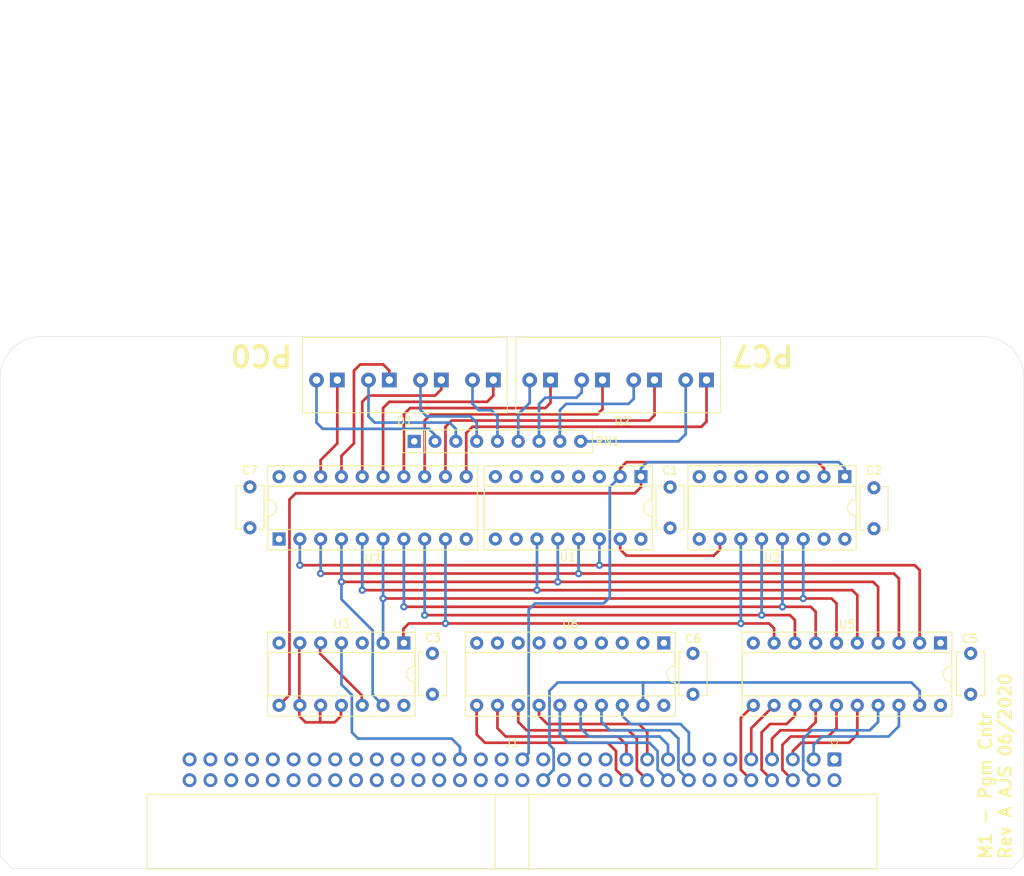
<source format=kicad_pcb>
(kicad_pcb (version 20171130) (host pcbnew 5.1.6-c6e7f7d~87~ubuntu18.04.1)
  (layers (0 F.Cu signal) (1 In1.Cu signal) (2 In2.Cu signal) (31 B.Cu signal) (36 B.SilkS user) (37 F.SilkS user) (38 B.Mask user) (39 F.Mask user) (44 Edge.Cuts user))
  (net 0 "")
  (net 1 +5V)
  (net 2 GND)
  (net 3 "Net-(D1-Pad1)")
  (net 4 "Net-(D1-Pad2)")
  (net 5 "Net-(D2-Pad1)")
  (net 6 "Net-(D2-Pad2)")
  (net 7 /A1)
  (net 8 /A3)
  (net 9 /A5)
  (net 10 /A7)
  (net 11 /A9)
  (net 12 /A11)
  (net 13 /A13)
  (net 14 /A15)
  (net 15 /nPCOE)
  (net 16 "Net-(J1-Pad33)")
  (net 17 "Net-(J1-Pad35)")
  (net 18 "Net-(J1-Pad43)")
  (net 19 "Net-(J1-Pad45)")
  (net 20 "Net-(J1-Pad47)")
  (net 21 /A2)
  (net 22 /A4)
  (net 23 /A6)
  (net 24 /A8)
  (net 25 /A10)
  (net 26 /A12)
  (net 27 /A14)
  (net 28 /PCINC)
  (net 29 "Net-(J1-Pad34)")
  (net 30 "Net-(J1-Pad36)")
  (net 31 /nSYSRST)
  (net 32 "Net-(J1-Pad44)")
  (net 33 "Net-(J1-Pad46)")
  (net 34 "Net-(J1-Pad48)")
  (net 35 "Net-(J1-Pad50)")
  (net 36 /PC3)
  (net 37 /PC2)
  (net 38 /PC1)
  (net 39 /PC0)
  (net 40 /TC0)
  (net 41 /PC4)
  (net 42 /PC5)
  (net 43 /PC6)
  (net 44 /PC7)
  (net 45 /A0)
  (net 46 "Net-(D1-Pad4)")
  (net 47 "Net-(D1-Pad3)")
  (net 48 "Net-(D1-Pad5)")
  (net 49 "Net-(D1-Pad6)")
  (net 50 "Net-(D1-Pad7)")
  (net 51 "Net-(D1-Pad8)")
  (net 52 "Net-(D2-Pad8)")
  (net 53 "Net-(D2-Pad7)")
  (net 54 "Net-(D2-Pad6)")
  (net 55 "Net-(D2-Pad5)")
  (net 56 "Net-(D2-Pad3)")
  (net 57 "Net-(D2-Pad4)")
  (net 58 "Net-(J1-Pad40)")
  (net 59 "Net-(J1-Pad49)")
  (net 60 /nMR)
  (net 61 "Net-(U2-Pad15)")
  (net 62 "Net-(U3-Pad10)")
  (net 63 "Net-(U3-Pad12)")
  (net 64 "Net-(J1-Pad55)")
  (net 65 "Net-(J1-Pad57)")
  (net 66 "Net-(J1-Pad59)")
  (net 67 "Net-(J1-Pad61)")
  (net 68 "Net-(J1-Pad56)")
  (net 69 "Net-(J1-Pad58)")
  (net 70 "Net-(J1-Pad60)")
  (net 71 "Net-(J1-Pad62)")
  (net 72 "Net-(J1-Pad29)")
  (net 73 "Net-(J1-Pad32)")
  (net 74 "Net-(J1-Pad38)")
  (module Resistor_THT:R_Array_SIP9 (layer F.Cu) (at 140.589 96.647)
    (fp_text reference RN1 (at 23.622 0) (layer F.SilkS))
    (fp_text value 470)
    (pad 1 thru_hole rect (at 0 0) (size 1.6 1.6) (drill 0.8) (layers *.Cu *.Mask) (net 2 GND))
    (pad 2 thru_hole oval (at 2.54 0) (size 1.6 1.6) (drill 0.8) (layers *.Cu *.Mask) (net 51 "Net-(D1-Pad8)"))
    (pad 3 thru_hole oval (at 5.08 0) (size 1.6 1.6) (drill 0.8) (layers *.Cu *.Mask) (net 49 "Net-(D1-Pad6)"))
    (pad 4 thru_hole oval (at 7.62 0) (size 1.6 1.6) (drill 0.8) (layers *.Cu *.Mask) (net 46 "Net-(D1-Pad4)"))
    (pad 5 thru_hole oval (at 10.16 0) (size 1.6 1.6) (drill 0.8) (layers *.Cu *.Mask) (net 4 "Net-(D1-Pad2)"))
    (pad 6 thru_hole oval (at 12.7 0) (size 1.6 1.6) (drill 0.8) (layers *.Cu *.Mask) (net 52 "Net-(D2-Pad8)"))
    (pad 7 thru_hole oval (at 15.24 0) (size 1.6 1.6) (drill 0.8) (layers *.Cu *.Mask) (net 54 "Net-(D2-Pad6)"))
    (pad 8 thru_hole oval (at 17.78 0) (size 1.6 1.6) (drill 0.8) (layers *.Cu *.Mask) (net 57 "Net-(D2-Pad4)"))
    (pad 9 thru_hole oval (at 20.32 0) (size 1.6 1.6) (drill 0.8) (layers *.Cu *.Mask) (net 6 "Net-(D2-Pad2)"))
  )
  (module MSeries:5502407004F (layer F.Cu) (at 165.481 92.71)
    (fp_text reference D2 (at 0.508 1.444 180) (layer F.SilkS))
    (fp_text value 5502407004F)
    (pad 8 thru_hole circle (at -10.795 -3.556 180) (size 1.8 1.8) (drill 0.9) (layers *.Cu *.Mask) (net 52 "Net-(D2-Pad8)"))
    (pad 7 thru_hole rect (at -8.255 -3.556 180) (size 1.8 1.8) (drill 0.9) (layers *.Cu *.Mask) (net 53 "Net-(D2-Pad7)"))
    (pad 2 thru_hole circle (at 8.255 -3.556 180) (size 1.8 1.8) (drill 0.9) (layers *.Cu *.Mask) (net 6 "Net-(D2-Pad2)"))
    (pad 1 thru_hole rect (at 10.795 -3.556 180) (size 1.8 1.8) (drill 0.9) (layers *.Cu *.Mask) (net 5 "Net-(D2-Pad1)"))
    (pad 6 thru_hole circle (at -4.445 -3.556 180) (size 1.8 1.8) (drill 0.9) (layers *.Cu *.Mask) (net 54 "Net-(D2-Pad6)"))
    (pad 5 thru_hole rect (at -1.905 -3.556 180) (size 1.8 1.8) (drill 0.9) (layers *.Cu *.Mask) (net 55 "Net-(D2-Pad5)"))
    (pad 3 thru_hole rect (at 4.445 -3.556 180) (size 1.8 1.8) (drill 0.9) (layers *.Cu *.Mask) (net 56 "Net-(D2-Pad3)"))
    (pad 4 thru_hole circle (at 1.905 -3.556 180) (size 1.8 1.8) (drill 0.9) (layers *.Cu *.Mask) (net 57 "Net-(D2-Pad4)"))
  )
  (module MSeries:5502407004F (layer F.Cu) (at 139.446 92.71)
    (fp_text reference D1 (at 0 1.444) (layer F.SilkS))
    (fp_text value 5502407004F)
    (pad 4 thru_hole circle (at 1.905 -3.556 180) (size 1.8 1.8) (drill 0.9) (layers *.Cu *.Mask) (net 46 "Net-(D1-Pad4)"))
    (pad 3 thru_hole rect (at 4.445 -3.556 180) (size 1.8 1.8) (drill 0.9) (layers *.Cu *.Mask) (net 47 "Net-(D1-Pad3)"))
    (pad 5 thru_hole rect (at -1.905 -3.556 180) (size 1.8 1.8) (drill 0.9) (layers *.Cu *.Mask) (net 48 "Net-(D1-Pad5)"))
    (pad 6 thru_hole circle (at -4.445 -3.556 180) (size 1.8 1.8) (drill 0.9) (layers *.Cu *.Mask) (net 49 "Net-(D1-Pad6)"))
    (pad 1 thru_hole rect (at 10.795 -3.556 180) (size 1.8 1.8) (drill 0.9) (layers *.Cu *.Mask) (net 3 "Net-(D1-Pad1)"))
    (pad 2 thru_hole circle (at 8.255 -3.556 180) (size 1.8 1.8) (drill 0.9) (layers *.Cu *.Mask) (net 4 "Net-(D1-Pad2)"))
    (pad 7 thru_hole rect (at -8.255 -3.556 180) (size 1.8 1.8) (drill 0.9) (layers *.Cu *.Mask) (net 50 "Net-(D1-Pad7)"))
    (pad 8 thru_hole circle (at -10.795 -3.556 180) (size 1.8 1.8) (drill 0.9) (layers *.Cu *.Mask) (net 51 "Net-(D1-Pad8)"))
  )
  (module Capacitor_THT:C_Disc_D5.1mm_W3.2mm_P5.00mm (layer F.Cu) (at 171.831 102.235 270)
    (fp_text reference C1 (at -2.032 0 180) (layer F.SilkS))
    (fp_text value 100n)
    (pad 2 thru_hole circle (at 5 0 270) (size 1.6 1.6) (drill 0.8) (layers *.Cu *.Mask) (net 1 +5V))
    (pad 1 thru_hole circle (at 0 0 270) (size 1.6 1.6) (drill 0.8) (layers *.Cu *.Mask) (net 2 GND))
  )
  (module Capacitor_THT:C_Disc_D5.1mm_W3.2mm_P5.00mm (layer F.Cu) (at 196.723 102.324 270)
    (fp_text reference C2 (at -2.121 0 180) (layer F.SilkS))
    (fp_text value 100n)
    (pad 1 thru_hole circle (at 0 0 270) (size 1.6 1.6) (drill 0.8) (layers *.Cu *.Mask) (net 2 GND))
    (pad 2 thru_hole circle (at 5 0 270) (size 1.6 1.6) (drill 0.8) (layers *.Cu *.Mask) (net 1 +5V))
  )
  (module Capacitor_THT:C_Disc_D5.1mm_W3.2mm_P5.00mm (layer F.Cu) (at 208.534 122.555 270)
    (fp_text reference C5 (at -1.778 0.127 180) (layer F.SilkS))
    (fp_text value 100n)
    (pad 1 thru_hole circle (at 0 0 270) (size 1.6 1.6) (drill 0.8) (layers *.Cu *.Mask) (net 2 GND))
    (pad 2 thru_hole circle (at 5 0 270) (size 1.6 1.6) (drill 0.8) (layers *.Cu *.Mask) (net 1 +5V))
  )
  (module Capacitor_THT:C_Disc_D5.1mm_W3.2mm_P5.00mm (layer F.Cu) (at 174.625 122.555 270)
    (fp_text reference C6 (at -1.778 0 180) (layer F.SilkS))
    (fp_text value 100n)
    (pad 2 thru_hole circle (at 5 0 270) (size 1.6 1.6) (drill 0.8) (layers *.Cu *.Mask) (net 1 +5V))
    (pad 1 thru_hole circle (at 0 0 270) (size 1.6 1.6) (drill 0.8) (layers *.Cu *.Mask) (net 2 GND))
  )
  (module Capacitor_THT:C_Disc_D5.1mm_W3.2mm_P5.00mm (layer F.Cu) (at 120.523 107.215 90)
    (fp_text reference C7 (at 7.012 0 180) (layer F.SilkS))
    (fp_text value 100n)
    (pad 2 thru_hole circle (at 5 0 90) (size 1.6 1.6) (drill 0.8) (layers *.Cu *.Mask) (net 1 +5V))
    (pad 1 thru_hole circle (at 0 0 90) (size 1.6 1.6) (drill 0.8) (layers *.Cu *.Mask) (net 2 GND))
  )
  (module Connector_IDC:IDC-Header_2x32_P2.54mm_Horizontal (layer F.Cu) (at 191.897 135.509 270)
    (fp_text reference J1 (at -2.032 39.37 180) (layer F.SilkS))
    (fp_text value "Socket Hdr 0.1\"")
    (pad 1 thru_hole roundrect (at 0 0 270) (size 1.7 1.7) (drill 1) (layers *.Cu *.Mask) (roundrect_rratio 0.147059) (net 2 GND))
    (pad 3 thru_hole circle (at 0 2.54 270) (size 1.7 1.7) (drill 1) (layers *.Cu *.Mask) (net 45 /A0))
    (pad 5 thru_hole circle (at 0 5.08 270) (size 1.7 1.7) (drill 1) (layers *.Cu *.Mask) (net 21 /A2))
    (pad 7 thru_hole circle (at 0 7.62 270) (size 1.7 1.7) (drill 1) (layers *.Cu *.Mask) (net 22 /A4))
    (pad 9 thru_hole circle (at 0 10.16 270) (size 1.7 1.7) (drill 1) (layers *.Cu *.Mask) (net 23 /A6))
    (pad 11 thru_hole circle (at 0 12.7 270) (size 1.7 1.7) (drill 1) (layers *.Cu *.Mask) (net 2 GND))
    (pad 13 thru_hole circle (at 0 15.24 270) (size 1.7 1.7) (drill 1) (layers *.Cu *.Mask) (net 2 GND))
    (pad 15 thru_hole circle (at 0 17.78 270) (size 1.7 1.7) (drill 1) (layers *.Cu *.Mask) (net 24 /A8))
    (pad 17 thru_hole circle (at 0 20.32 270) (size 1.7 1.7) (drill 1) (layers *.Cu *.Mask) (net 25 /A10))
    (pad 19 thru_hole circle (at 0 22.86 270) (size 1.7 1.7) (drill 1) (layers *.Cu *.Mask) (net 26 /A12))
    (pad 21 thru_hole circle (at 0 25.4 270) (size 1.7 1.7) (drill 1) (layers *.Cu *.Mask) (net 27 /A14))
    (pad 23 thru_hole circle (at 0 27.94 270) (size 1.7 1.7) (drill 1) (layers *.Cu *.Mask) (net 2 GND))
    (pad 25 thru_hole circle (at 0 30.48 270) (size 1.7 1.7) (drill 1) (layers *.Cu *.Mask) (net 1 +5V))
    (pad 27 thru_hole circle (at 0 33.02 270) (size 1.7 1.7) (drill 1) (layers *.Cu *.Mask) (net 2 GND))
    (pad 29 thru_hole circle (at 0 35.56 270) (size 1.7 1.7) (drill 1) (layers *.Cu *.Mask) (net 72 "Net-(J1-Pad29)"))
    (pad 31 thru_hole circle (at 0 38.1 270) (size 1.7 1.7) (drill 1) (layers *.Cu *.Mask) (net 28 /PCINC))
    (pad 33 thru_hole circle (at 0 40.64 270) (size 1.7 1.7) (drill 1) (layers *.Cu *.Mask) (net 16 "Net-(J1-Pad33)"))
    (pad 35 thru_hole circle (at 0 43.18 270) (size 1.7 1.7) (drill 1) (layers *.Cu *.Mask) (net 17 "Net-(J1-Pad35)"))
    (pad 37 thru_hole circle (at 0 45.72 270) (size 1.7 1.7) (drill 1) (layers *.Cu *.Mask) (net 31 /nSYSRST))
    (pad 39 thru_hole circle (at 0 48.26 270) (size 1.7 1.7) (drill 1) (layers *.Cu *.Mask) (net 2 GND))
    (pad 41 thru_hole circle (at 0 50.8 270) (size 1.7 1.7) (drill 1) (layers *.Cu *.Mask) (net 2 GND))
    (pad 43 thru_hole circle (at 0 53.34 270) (size 1.7 1.7) (drill 1) (layers *.Cu *.Mask) (net 18 "Net-(J1-Pad43)"))
    (pad 45 thru_hole circle (at 0 55.88 270) (size 1.7 1.7) (drill 1) (layers *.Cu *.Mask) (net 19 "Net-(J1-Pad45)"))
    (pad 47 thru_hole circle (at 0 58.42 270) (size 1.7 1.7) (drill 1) (layers *.Cu *.Mask) (net 20 "Net-(J1-Pad47)"))
    (pad 49 thru_hole circle (at 0 60.96 270) (size 1.7 1.7) (drill 1) (layers *.Cu *.Mask) (net 59 "Net-(J1-Pad49)"))
    (pad 51 thru_hole circle (at 0 63.5 270) (size 1.7 1.7) (drill 1) (layers *.Cu *.Mask) (net 2 GND))
    (pad 53 thru_hole circle (at 0 66.04 270) (size 1.7 1.7) (drill 1) (layers *.Cu *.Mask) (net 2 GND))
    (pad 55 thru_hole circle (at 0 68.58 270) (size 1.7 1.7) (drill 1) (layers *.Cu *.Mask) (net 64 "Net-(J1-Pad55)"))
    (pad 57 thru_hole circle (at 0 71.12 270) (size 1.7 1.7) (drill 1) (layers *.Cu *.Mask) (net 65 "Net-(J1-Pad57)"))
    (pad 59 thru_hole circle (at 0 73.66 270) (size 1.7 1.7) (drill 1) (layers *.Cu *.Mask) (net 66 "Net-(J1-Pad59)"))
    (pad 61 thru_hole circle (at 0 76.2 270) (size 1.7 1.7) (drill 1) (layers *.Cu *.Mask) (net 67 "Net-(J1-Pad61)"))
    (pad 63 thru_hole circle (at 0 78.74 270) (size 1.7 1.7) (drill 1) (layers *.Cu *.Mask) (net 2 GND))
    (pad 2 thru_hole circle (at 2.54 0 270) (size 1.7 1.7) (drill 1) (layers *.Cu *.Mask) (net 2 GND))
    (pad 4 thru_hole circle (at 2.54 2.54 270) (size 1.7 1.7) (drill 1) (layers *.Cu *.Mask) (net 7 /A1))
    (pad 6 thru_hole circle (at 2.54 5.08 270) (size 1.7 1.7) (drill 1) (layers *.Cu *.Mask) (net 8 /A3))
    (pad 8 thru_hole circle (at 2.54 7.62 270) (size 1.7 1.7) (drill 1) (layers *.Cu *.Mask) (net 9 /A5))
    (pad 10 thru_hole circle (at 2.54 10.16 270) (size 1.7 1.7) (drill 1) (layers *.Cu *.Mask) (net 10 /A7))
    (pad 12 thru_hole circle (at 2.54 12.7 270) (size 1.7 1.7) (drill 1) (layers *.Cu *.Mask) (net 2 GND))
    (pad 14 thru_hole circle (at 2.54 15.24 270) (size 1.7 1.7) (drill 1) (layers *.Cu *.Mask) (net 2 GND))
    (pad 16 thru_hole circle (at 2.54 17.78 270) (size 1.7 1.7) (drill 1) (layers *.Cu *.Mask) (net 11 /A9))
    (pad 18 thru_hole circle (at 2.54 20.32 270) (size 1.7 1.7) (drill 1) (layers *.Cu *.Mask) (net 12 /A11))
    (pad 20 thru_hole circle (at 2.54 22.86 270) (size 1.7 1.7) (drill 1) (layers *.Cu *.Mask) (net 13 /A13))
    (pad 22 thru_hole circle (at 2.54 25.4 270) (size 1.7 1.7) (drill 1) (layers *.Cu *.Mask) (net 14 /A15))
    (pad 24 thru_hole circle (at 2.54 27.94 270) (size 1.7 1.7) (drill 1) (layers *.Cu *.Mask) (net 2 GND))
    (pad 26 thru_hole circle (at 2.54 30.48 270) (size 1.7 1.7) (drill 1) (layers *.Cu *.Mask) (net 1 +5V))
    (pad 28 thru_hole circle (at 2.54 33.02 270) (size 1.7 1.7) (drill 1) (layers *.Cu *.Mask) (net 2 GND))
    (pad 30 thru_hole circle (at 2.54 35.56 270) (size 1.7 1.7) (drill 1) (layers *.Cu *.Mask) (net 15 /nPCOE))
    (pad 32 thru_hole circle (at 2.54 38.1 270) (size 1.7 1.7) (drill 1) (layers *.Cu *.Mask) (net 73 "Net-(J1-Pad32)"))
    (pad 34 thru_hole circle (at 2.54 40.64 270) (size 1.7 1.7) (drill 1) (layers *.Cu *.Mask) (net 29 "Net-(J1-Pad34)"))
    (pad 36 thru_hole circle (at 2.54 43.18 270) (size 1.7 1.7) (drill 1) (layers *.Cu *.Mask) (net 30 "Net-(J1-Pad36)"))
    (pad 38 thru_hole circle (at 2.54 45.72 270) (size 1.7 1.7) (drill 1) (layers *.Cu *.Mask) (net 74 "Net-(J1-Pad38)"))
    (pad 40 thru_hole circle (at 2.54 48.26 270) (size 1.7 1.7) (drill 1) (layers *.Cu *.Mask) (net 58 "Net-(J1-Pad40)"))
    (pad 42 thru_hole circle (at 2.54 50.8 270) (size 1.7 1.7) (drill 1) (layers *.Cu *.Mask) (net 2 GND))
    (pad 44 thru_hole circle (at 2.54 53.34 270) (size 1.7 1.7) (drill 1) (layers *.Cu *.Mask) (net 32 "Net-(J1-Pad44)"))
    (pad 46 thru_hole circle (at 2.54 55.88 270) (size 1.7 1.7) (drill 1) (layers *.Cu *.Mask) (net 33 "Net-(J1-Pad46)"))
    (pad 48 thru_hole circle (at 2.54 58.42 270) (size 1.7 1.7) (drill 1) (layers *.Cu *.Mask) (net 34 "Net-(J1-Pad48)"))
    (pad 50 thru_hole circle (at 2.54 60.96 270) (size 1.7 1.7) (drill 1) (layers *.Cu *.Mask) (net 35 "Net-(J1-Pad50)"))
    (pad 52 thru_hole circle (at 2.54 63.5 270) (size 1.7 1.7) (drill 1) (layers *.Cu *.Mask) (net 2 GND))
    (pad 54 thru_hole circle (at 2.54 66.04 270) (size 1.7 1.7) (drill 1) (layers *.Cu *.Mask) (net 2 GND))
    (pad 56 thru_hole circle (at 2.54 68.58 270) (size 1.7 1.7) (drill 1) (layers *.Cu *.Mask) (net 68 "Net-(J1-Pad56)"))
    (pad 58 thru_hole circle (at 2.54 71.12 270) (size 1.7 1.7) (drill 1) (layers *.Cu *.Mask) (net 69 "Net-(J1-Pad58)"))
    (pad 60 thru_hole circle (at 2.54 73.66 270) (size 1.7 1.7) (drill 1) (layers *.Cu *.Mask) (net 70 "Net-(J1-Pad60)"))
    (pad 62 thru_hole circle (at 2.54 76.2 270) (size 1.7 1.7) (drill 1) (layers *.Cu *.Mask) (net 71 "Net-(J1-Pad62)"))
    (pad 64 thru_hole circle (at 2.54 78.74 270) (size 1.7 1.7) (drill 1) (layers *.Cu *.Mask) (net 2 GND))
  )
  (module Package_DIP:DIP-16_W7.62mm_Socket (layer F.Cu) (at 168.275 100.965 270)
    (fp_text reference U1 (at 9.787 8.945 180) (layer F.SilkS))
    (fp_text value 74HC161)
    (pad 1 thru_hole rect (at 0 0 270) (size 1.6 1.6) (drill 0.8) (layers *.Cu *.Mask) (net 60 /nMR))
    (pad 9 thru_hole oval (at 7.62 17.78 270) (size 1.6 1.6) (drill 0.8) (layers *.Cu *.Mask) (net 1 +5V))
    (pad 2 thru_hole oval (at 0 2.54 270) (size 1.6 1.6) (drill 0.8) (layers *.Cu *.Mask) (net 28 /PCINC))
    (pad 10 thru_hole oval (at 7.62 15.24 270) (size 1.6 1.6) (drill 0.8) (layers *.Cu *.Mask) (net 1 +5V))
    (pad 3 thru_hole oval (at 0 5.08 270) (size 1.6 1.6) (drill 0.8) (layers *.Cu *.Mask) (net 1 +5V))
    (pad 11 thru_hole oval (at 7.62 12.7 270) (size 1.6 1.6) (drill 0.8) (layers *.Cu *.Mask) (net 36 /PC3))
    (pad 4 thru_hole oval (at 0 7.62 270) (size 1.6 1.6) (drill 0.8) (layers *.Cu *.Mask) (net 1 +5V))
    (pad 12 thru_hole oval (at 7.62 10.16 270) (size 1.6 1.6) (drill 0.8) (layers *.Cu *.Mask) (net 37 /PC2))
    (pad 5 thru_hole oval (at 0 10.16 270) (size 1.6 1.6) (drill 0.8) (layers *.Cu *.Mask) (net 1 +5V))
    (pad 13 thru_hole oval (at 7.62 7.62 270) (size 1.6 1.6) (drill 0.8) (layers *.Cu *.Mask) (net 38 /PC1))
    (pad 6 thru_hole oval (at 0 12.7 270) (size 1.6 1.6) (drill 0.8) (layers *.Cu *.Mask) (net 1 +5V))
    (pad 14 thru_hole oval (at 7.62 5.08 270) (size 1.6 1.6) (drill 0.8) (layers *.Cu *.Mask) (net 39 /PC0))
    (pad 7 thru_hole oval (at 0 15.24 270) (size 1.6 1.6) (drill 0.8) (layers *.Cu *.Mask) (net 1 +5V))
    (pad 15 thru_hole oval (at 7.62 2.54 270) (size 1.6 1.6) (drill 0.8) (layers *.Cu *.Mask) (net 40 /TC0))
    (pad 8 thru_hole oval (at 0 17.78 270) (size 1.6 1.6) (drill 0.8) (layers *.Cu *.Mask) (net 2 GND))
    (pad 16 thru_hole oval (at 7.62 0 270) (size 1.6 1.6) (drill 0.8) (layers *.Cu *.Mask) (net 1 +5V))
  )
  (module Package_DIP:DIP-16_W7.62mm_Socket (layer F.Cu) (at 193.167 100.965 270)
    (fp_text reference U2 (at 9.906 8.89 180) (layer F.SilkS))
    (fp_text value 74HC161)
    (pad 16 thru_hole oval (at 7.62 0 270) (size 1.6 1.6) (drill 0.8) (layers *.Cu *.Mask) (net 1 +5V))
    (pad 8 thru_hole oval (at 0 17.78 270) (size 1.6 1.6) (drill 0.8) (layers *.Cu *.Mask) (net 2 GND))
    (pad 15 thru_hole oval (at 7.62 2.54 270) (size 1.6 1.6) (drill 0.8) (layers *.Cu *.Mask) (net 61 "Net-(U2-Pad15)"))
    (pad 7 thru_hole oval (at 0 15.24 270) (size 1.6 1.6) (drill 0.8) (layers *.Cu *.Mask) (net 1 +5V))
    (pad 14 thru_hole oval (at 7.62 5.08 270) (size 1.6 1.6) (drill 0.8) (layers *.Cu *.Mask) (net 41 /PC4))
    (pad 6 thru_hole oval (at 0 12.7 270) (size 1.6 1.6) (drill 0.8) (layers *.Cu *.Mask) (net 1 +5V))
    (pad 13 thru_hole oval (at 7.62 7.62 270) (size 1.6 1.6) (drill 0.8) (layers *.Cu *.Mask) (net 42 /PC5))
    (pad 5 thru_hole oval (at 0 10.16 270) (size 1.6 1.6) (drill 0.8) (layers *.Cu *.Mask) (net 1 +5V))
    (pad 12 thru_hole oval (at 7.62 10.16 270) (size 1.6 1.6) (drill 0.8) (layers *.Cu *.Mask) (net 43 /PC6))
    (pad 4 thru_hole oval (at 0 7.62 270) (size 1.6 1.6) (drill 0.8) (layers *.Cu *.Mask) (net 1 +5V))
    (pad 11 thru_hole oval (at 7.62 12.7 270) (size 1.6 1.6) (drill 0.8) (layers *.Cu *.Mask) (net 44 /PC7))
    (pad 3 thru_hole oval (at 0 5.08 270) (size 1.6 1.6) (drill 0.8) (layers *.Cu *.Mask) (net 1 +5V))
    (pad 10 thru_hole oval (at 7.62 15.24 270) (size 1.6 1.6) (drill 0.8) (layers *.Cu *.Mask) (net 40 /TC0))
    (pad 2 thru_hole oval (at 0 2.54 270) (size 1.6 1.6) (drill 0.8) (layers *.Cu *.Mask) (net 28 /PCINC))
    (pad 9 thru_hole oval (at 7.62 17.78 270) (size 1.6 1.6) (drill 0.8) (layers *.Cu *.Mask) (net 1 +5V))
    (pad 1 thru_hole rect (at 0 0 270) (size 1.6 1.6) (drill 0.8) (layers *.Cu *.Mask) (net 60 /nMR))
  )
  (module Package_DIP:DIP-20_W7.62mm_Socket (layer F.Cu) (at 204.851 121.285 270)
    (fp_text reference U5 (at -2.286 11.43 180) (layer F.SilkS))
    (fp_text value 74HC245)
    (pad 20 thru_hole oval (at 7.62 0 270) (size 1.6 1.6) (drill 0.8) (layers *.Cu *.Mask) (net 1 +5V))
    (pad 10 thru_hole oval (at 0 22.86 270) (size 1.6 1.6) (drill 0.8) (layers *.Cu *.Mask) (net 2 GND))
    (pad 19 thru_hole oval (at 7.62 2.54 270) (size 1.6 1.6) (drill 0.8) (layers *.Cu *.Mask) (net 15 /nPCOE))
    (pad 9 thru_hole oval (at 0 20.32 270) (size 1.6 1.6) (drill 0.8) (layers *.Cu *.Mask) (net 44 /PC7))
    (pad 18 thru_hole oval (at 7.62 5.08 270) (size 1.6 1.6) (drill 0.8) (layers *.Cu *.Mask) (net 45 /A0))
    (pad 8 thru_hole oval (at 0 17.78 270) (size 1.6 1.6) (drill 0.8) (layers *.Cu *.Mask) (net 43 /PC6))
    (pad 17 thru_hole oval (at 7.62 7.62 270) (size 1.6 1.6) (drill 0.8) (layers *.Cu *.Mask) (net 7 /A1))
    (pad 7 thru_hole oval (at 0 15.24 270) (size 1.6 1.6) (drill 0.8) (layers *.Cu *.Mask) (net 42 /PC5))
    (pad 16 thru_hole oval (at 7.62 10.16 270) (size 1.6 1.6) (drill 0.8) (layers *.Cu *.Mask) (net 21 /A2))
    (pad 6 thru_hole oval (at 0 12.7 270) (size 1.6 1.6) (drill 0.8) (layers *.Cu *.Mask) (net 41 /PC4))
    (pad 15 thru_hole oval (at 7.62 12.7 270) (size 1.6 1.6) (drill 0.8) (layers *.Cu *.Mask) (net 8 /A3))
    (pad 5 thru_hole oval (at 0 10.16 270) (size 1.6 1.6) (drill 0.8) (layers *.Cu *.Mask) (net 36 /PC3))
    (pad 14 thru_hole oval (at 7.62 15.24 270) (size 1.6 1.6) (drill 0.8) (layers *.Cu *.Mask) (net 22 /A4))
    (pad 4 thru_hole oval (at 0 7.62 270) (size 1.6 1.6) (drill 0.8) (layers *.Cu *.Mask) (net 37 /PC2))
    (pad 13 thru_hole oval (at 7.62 17.78 270) (size 1.6 1.6) (drill 0.8) (layers *.Cu *.Mask) (net 9 /A5))
    (pad 3 thru_hole oval (at 0 5.08 270) (size 1.6 1.6) (drill 0.8) (layers *.Cu *.Mask) (net 38 /PC1))
    (pad 12 thru_hole oval (at 7.62 20.32 270) (size 1.6 1.6) (drill 0.8) (layers *.Cu *.Mask) (net 23 /A6))
    (pad 2 thru_hole oval (at 0 2.54 270) (size 1.6 1.6) (drill 0.8) (layers *.Cu *.Mask) (net 39 /PC0))
    (pad 11 thru_hole oval (at 7.62 22.86 270) (size 1.6 1.6) (drill 0.8) (layers *.Cu *.Mask) (net 10 /A7))
    (pad 1 thru_hole rect (at 0 0 270) (size 1.6 1.6) (drill 0.8) (layers *.Cu *.Mask) (net 1 +5V))
  )
  (module Package_DIP:DIP-20_W7.62mm_Socket (layer F.Cu) (at 171.069 121.285 270)
    (fp_text reference U6 (at -2.286 11.43 180) (layer F.SilkS))
    (fp_text value 74HC245)
    (pad 1 thru_hole rect (at 0 0 270) (size 1.6 1.6) (drill 0.8) (layers *.Cu *.Mask) (net 1 +5V))
    (pad 11 thru_hole oval (at 7.62 22.86 270) (size 1.6 1.6) (drill 0.8) (layers *.Cu *.Mask) (net 14 /A15))
    (pad 2 thru_hole oval (at 0 2.54 270) (size 1.6 1.6) (drill 0.8) (layers *.Cu *.Mask) (net 2 GND))
    (pad 12 thru_hole oval (at 7.62 20.32 270) (size 1.6 1.6) (drill 0.8) (layers *.Cu *.Mask) (net 27 /A14))
    (pad 3 thru_hole oval (at 0 5.08 270) (size 1.6 1.6) (drill 0.8) (layers *.Cu *.Mask) (net 2 GND))
    (pad 13 thru_hole oval (at 7.62 17.78 270) (size 1.6 1.6) (drill 0.8) (layers *.Cu *.Mask) (net 13 /A13))
    (pad 4 thru_hole oval (at 0 7.62 270) (size 1.6 1.6) (drill 0.8) (layers *.Cu *.Mask) (net 2 GND))
    (pad 14 thru_hole oval (at 7.62 15.24 270) (size 1.6 1.6) (drill 0.8) (layers *.Cu *.Mask) (net 26 /A12))
    (pad 5 thru_hole oval (at 0 10.16 270) (size 1.6 1.6) (drill 0.8) (layers *.Cu *.Mask) (net 2 GND))
    (pad 15 thru_hole oval (at 7.62 12.7 270) (size 1.6 1.6) (drill 0.8) (layers *.Cu *.Mask) (net 12 /A11))
    (pad 6 thru_hole oval (at 0 12.7 270) (size 1.6 1.6) (drill 0.8) (layers *.Cu *.Mask) (net 2 GND))
    (pad 16 thru_hole oval (at 7.62 10.16 270) (size 1.6 1.6) (drill 0.8) (layers *.Cu *.Mask) (net 25 /A10))
    (pad 7 thru_hole oval (at 0 15.24 270) (size 1.6 1.6) (drill 0.8) (layers *.Cu *.Mask) (net 2 GND))
    (pad 17 thru_hole oval (at 7.62 7.62 270) (size 1.6 1.6) (drill 0.8) (layers *.Cu *.Mask) (net 11 /A9))
    (pad 8 thru_hole oval (at 0 17.78 270) (size 1.6 1.6) (drill 0.8) (layers *.Cu *.Mask) (net 2 GND))
    (pad 18 thru_hole oval (at 7.62 5.08 270) (size 1.6 1.6) (drill 0.8) (layers *.Cu *.Mask) (net 24 /A8))
    (pad 9 thru_hole oval (at 0 20.32 270) (size 1.6 1.6) (drill 0.8) (layers *.Cu *.Mask) (net 2 GND))
    (pad 19 thru_hole oval (at 7.62 2.54 270) (size 1.6 1.6) (drill 0.8) (layers *.Cu *.Mask) (net 15 /nPCOE))
    (pad 10 thru_hole oval (at 0 22.86 270) (size 1.6 1.6) (drill 0.8) (layers *.Cu *.Mask) (net 2 GND))
    (pad 20 thru_hole oval (at 7.62 0 270) (size 1.6 1.6) (drill 0.8) (layers *.Cu *.Mask) (net 1 +5V))
  )
  (module Package_DIP:DIP-20_W7.62mm_Socket (layer F.Cu) (at 124.079 108.585 90)
    (fp_text reference U7 (at -2.386 11.43 180) (layer F.SilkS))
    (fp_text value 74HC245)
    (pad 1 thru_hole rect (at 0 0 90) (size 1.6 1.6) (drill 0.8) (layers *.Cu *.Mask) (net 1 +5V))
    (pad 11 thru_hole oval (at 7.62 22.86 90) (size 1.6 1.6) (drill 0.8) (layers *.Cu *.Mask) (net 5 "Net-(D2-Pad1)"))
    (pad 2 thru_hole oval (at 0 2.54 90) (size 1.6 1.6) (drill 0.8) (layers *.Cu *.Mask) (net 39 /PC0))
    (pad 12 thru_hole oval (at 7.62 20.32 90) (size 1.6 1.6) (drill 0.8) (layers *.Cu *.Mask) (net 56 "Net-(D2-Pad3)"))
    (pad 3 thru_hole oval (at 0 5.08 90) (size 1.6 1.6) (drill 0.8) (layers *.Cu *.Mask) (net 38 /PC1))
    (pad 13 thru_hole oval (at 7.62 17.78 90) (size 1.6 1.6) (drill 0.8) (layers *.Cu *.Mask) (net 55 "Net-(D2-Pad5)"))
    (pad 4 thru_hole oval (at 0 7.62 90) (size 1.6 1.6) (drill 0.8) (layers *.Cu *.Mask) (net 37 /PC2))
    (pad 14 thru_hole oval (at 7.62 15.24 90) (size 1.6 1.6) (drill 0.8) (layers *.Cu *.Mask) (net 53 "Net-(D2-Pad7)"))
    (pad 5 thru_hole oval (at 0 10.16 90) (size 1.6 1.6) (drill 0.8) (layers *.Cu *.Mask) (net 36 /PC3))
    (pad 15 thru_hole oval (at 7.62 12.7 90) (size 1.6 1.6) (drill 0.8) (layers *.Cu *.Mask) (net 3 "Net-(D1-Pad1)"))
    (pad 6 thru_hole oval (at 0 12.7 90) (size 1.6 1.6) (drill 0.8) (layers *.Cu *.Mask) (net 41 /PC4))
    (pad 16 thru_hole oval (at 7.62 10.16 90) (size 1.6 1.6) (drill 0.8) (layers *.Cu *.Mask) (net 47 "Net-(D1-Pad3)"))
    (pad 7 thru_hole oval (at 0 15.24 90) (size 1.6 1.6) (drill 0.8) (layers *.Cu *.Mask) (net 42 /PC5))
    (pad 17 thru_hole oval (at 7.62 7.62 90) (size 1.6 1.6) (drill 0.8) (layers *.Cu *.Mask) (net 48 "Net-(D1-Pad5)"))
    (pad 8 thru_hole oval (at 0 17.78 90) (size 1.6 1.6) (drill 0.8) (layers *.Cu *.Mask) (net 43 /PC6))
    (pad 18 thru_hole oval (at 7.62 5.08 90) (size 1.6 1.6) (drill 0.8) (layers *.Cu *.Mask) (net 50 "Net-(D1-Pad7)"))
    (pad 9 thru_hole oval (at 0 20.32 90) (size 1.6 1.6) (drill 0.8) (layers *.Cu *.Mask) (net 44 /PC7))
    (pad 19 thru_hole oval (at 7.62 2.54 90) (size 1.6 1.6) (drill 0.8) (layers *.Cu *.Mask) (net 2 GND))
    (pad 10 thru_hole oval (at 0 22.86 90) (size 1.6 1.6) (drill 0.8) (layers *.Cu *.Mask) (net 2 GND))
    (pad 20 thru_hole oval (at 7.62 0 90) (size 1.6 1.6) (drill 0.8) (layers *.Cu *.Mask) (net 1 +5V))
  )
  (module Capacitor_THT:C_Disc_D5.1mm_W3.2mm_P5.00mm (layer F.Cu) (at 142.812 122.555 270)
    (fp_text reference C3 (at -1.901 -0.063 180) (layer F.SilkS))
    (fp_text value 100n)
    (pad 1 thru_hole circle (at 0 0 270) (size 1.6 1.6) (drill 0.8) (layers *.Cu *.Mask) (net 2 GND))
    (pad 2 thru_hole circle (at 5 0 270) (size 1.6 1.6) (drill 0.8) (layers *.Cu *.Mask) (net 1 +5V))
  )
  (module Package_DIP:DIP-14_W7.62mm_Socket (layer F.Cu) (at 139.319 121.285 270)
    (fp_text reference U3 (at -2.329 7.62 180) (layer F.SilkS))
    (fp_text value 74HC10)
    (pad 1 thru_hole rect (at 0 0 270) (size 1.6 1.6) (drill 0.8) (layers *.Cu *.Mask) (net 44 /PC7))
    (pad 8 thru_hole oval (at 7.62 15.24 270) (size 1.6 1.6) (drill 0.8) (layers *.Cu *.Mask) (net 60 /nMR))
    (pad 2 thru_hole oval (at 0 2.54 270) (size 1.6 1.6) (drill 0.8) (layers *.Cu *.Mask) (net 41 /PC4))
    (pad 9 thru_hole oval (at 7.62 12.7 270) (size 1.6 1.6) (drill 0.8) (layers *.Cu *.Mask) (net 62 "Net-(U3-Pad10)"))
    (pad 3 thru_hole oval (at 0 5.08 270) (size 1.6 1.6) (drill 0.8) (layers *.Cu *.Mask) (net 1 +5V))
    (pad 10 thru_hole oval (at 7.62 10.16 270) (size 1.6 1.6) (drill 0.8) (layers *.Cu *.Mask) (net 62 "Net-(U3-Pad10)"))
    (pad 4 thru_hole oval (at 0 7.62 270) (size 1.6 1.6) (drill 0.8) (layers *.Cu *.Mask) (net 31 /nSYSRST))
    (pad 11 thru_hole oval (at 7.62 7.62 270) (size 1.6 1.6) (drill 0.8) (layers *.Cu *.Mask) (net 62 "Net-(U3-Pad10)"))
    (pad 5 thru_hole oval (at 0 10.16 270) (size 1.6 1.6) (drill 0.8) (layers *.Cu *.Mask) (net 63 "Net-(U3-Pad12)"))
    (pad 12 thru_hole oval (at 7.62 5.08 270) (size 1.6 1.6) (drill 0.8) (layers *.Cu *.Mask) (net 63 "Net-(U3-Pad12)"))
    (pad 6 thru_hole oval (at 0 12.7 270) (size 1.6 1.6) (drill 0.8) (layers *.Cu *.Mask) (net 62 "Net-(U3-Pad10)"))
    (pad 13 thru_hole oval (at 7.62 2.54 270) (size 1.6 1.6) (drill 0.8) (layers *.Cu *.Mask) (net 37 /PC2))
    (pad 7 thru_hole oval (at 0 15.24 270) (size 1.6 1.6) (drill 0.8) (layers *.Cu *.Mask) (net 2 GND))
    (pad 14 thru_hole oval (at 7.62 0 270) (size 1.6 1.6) (drill 0.8) (layers *.Cu *.Mask) (net 1 +5V))
  )
  (gr_line (start 215.027 88.844) (end 215.027 147.344) (layer Edge.Cuts) (width 0.05))
  (gr_line (start 90.027 88.844) (end 90.027 147.344) (layer Edge.Cuts) (width 0.05))
  (gr_text "M1 - Pgm Cntr\nRev A AJS 06/2020" (at 211.527 147.844 90) (layer F.SilkS) (effects (font (size 1.5 1.5) (thickness 0.3)) (justify left)))
  (gr_text PC0 (at 121.92 86.133 180) (layer F.SilkS) (effects (font (size 2.5 2.5) (thickness 0.5))))
  (gr_text PC7 (at 183.134 86.133 180) (layer F.SilkS) (effects (font (size 2.5 2.5) (thickness 0.5))))
  (gr_line (start 91.527 148.844) (end 213.527 148.844) (layer Edge.Cuts) (width 0.05))
  (gr_line (start 215.027 147.344) (end 213.527 148.844) (layer Edge.Cuts) (width 0.05))
  (gr_line (start 90.027 147.344) (end 91.527 148.844) (layer Edge.Cuts) (width 0.05))
  (gr_arc (start 95.027 88.844) (end 95.027 83.844) (angle -90) (layer Edge.Cuts) (width 0.05))
  (gr_arc (start 210.027 88.844) (end 215.027 88.844) (angle -90) (layer Edge.Cuts) (width 0.05))
  (gr_line (start 210.027 83.844) (end 95.027 83.844) (layer Edge.Cuts) (width 0.05))
  (segment (start 150.241 89.689) (end 150.241 91.059) (width 0.3302) (layer F.Cu) (net 3))
  (segment (start 150.241 91.059) (end 149.479 91.821) (width 0.3302) (layer F.Cu) (net 3))
  (segment (start 149.479 91.821) (end 137.541 91.821) (width 0.3302) (layer F.Cu) (net 3))
  (segment (start 137.541 91.821) (end 136.779 92.583) (width 0.3302) (layer F.Cu) (net 3))
  (segment (start 136.779 92.583) (end 136.779 100.965) (width 0.3302) (layer F.Cu) (net 3))
  (segment (start 147.701 89.689) (end 147.701 92.075) (width 0.3302) (layer B.Cu) (net 4))
  (segment (start 147.701 92.075) (end 148.463 92.837) (width 0.3302) (layer B.Cu) (net 4))
  (segment (start 149.987 92.837) (end 150.749 93.599) (width 0.3302) (layer B.Cu) (net 4))
  (segment (start 148.463 92.837) (end 149.987 92.837) (width 0.3302) (layer B.Cu) (net 4))
  (segment (start 150.749 93.599) (end 150.749 96.647) (width 0.3302) (layer B.Cu) (net 4))
  (segment (start 146.939 95.631) (end 146.939 100.965) (width 0.3302) (layer F.Cu) (net 5))
  (segment (start 147.701 94.869) (end 146.939 95.631) (width 0.3302) (layer F.Cu) (net 5))
  (segment (start 175.641 94.869) (end 147.701 94.869) (width 0.3302) (layer F.Cu) (net 5))
  (segment (start 176.276 94.234) (end 175.641 94.869) (width 0.3302) (layer F.Cu) (net 5))
  (segment (start 176.276 89.689) (end 176.276 94.234) (width 0.3302) (layer F.Cu) (net 5))
  (segment (start 173.736 89.689) (end 173.736 95.758) (width 0.3302) (layer B.Cu) (net 6))
  (segment (start 172.847 96.647) (end 162.941 96.647) (width 0.3302) (layer B.Cu) (net 6))
  (segment (start 173.736 95.758) (end 172.847 96.647) (width 0.3302) (layer B.Cu) (net 6))
  (segment (start 162.941 96.647) (end 160.909 96.647) (width 0.3302) (layer B.Cu) (net 6))
  (segment (start 188.087 136.779) (end 189.357 138.049) (width 0.3302) (layer B.Cu) (net 7))
  (segment (start 188.087 132.969) (end 188.087 136.779) (width 0.3302) (layer B.Cu) (net 7))
  (segment (start 189.103 131.953) (end 188.087 132.969) (width 0.3302) (layer B.Cu) (net 7))
  (segment (start 196.215 131.953) (end 189.103 131.953) (width 0.3302) (layer B.Cu) (net 7))
  (segment (start 197.231 130.937) (end 196.215 131.953) (width 0.3302) (layer B.Cu) (net 7))
  (segment (start 197.231 128.905) (end 197.231 130.937) (width 0.3302) (layer B.Cu) (net 7))
  (segment (start 185.547 136.779) (end 186.817 138.049) (width 0.3302) (layer F.Cu) (net 8))
  (segment (start 186.563 132.715) (end 185.547 133.731) (width 0.3302) (layer F.Cu) (net 8))
  (segment (start 191.135 132.715) (end 186.563 132.715) (width 0.3302) (layer F.Cu) (net 8))
  (segment (start 185.547 133.731) (end 185.547 136.779) (width 0.3302) (layer F.Cu) (net 8))
  (segment (start 192.151 131.699) (end 191.135 132.715) (width 0.3302) (layer F.Cu) (net 8))
  (segment (start 192.151 128.905) (end 192.151 131.699) (width 0.3302) (layer F.Cu) (net 8))
  (segment (start 183.007 136.779) (end 184.277 138.049) (width 0.3302) (layer F.Cu) (net 9))
  (segment (start 183.007 132.207) (end 183.007 136.779) (width 0.3302) (layer F.Cu) (net 9))
  (segment (start 186.055 131.191) (end 184.023 131.191) (width 0.3302) (layer F.Cu) (net 9))
  (segment (start 184.023 131.191) (end 183.007 132.207) (width 0.3302) (layer F.Cu) (net 9))
  (segment (start 187.071 130.175) (end 186.055 131.191) (width 0.3302) (layer F.Cu) (net 9))
  (segment (start 187.071 128.905) (end 187.071 130.175) (width 0.3302) (layer F.Cu) (net 9))
  (segment (start 181.737 129.159) (end 181.991 128.905) (width 0.3302) (layer F.Cu) (net 10))
  (segment (start 181.991 128.905) (end 180.467 130.429) (width 0.3302) (layer F.Cu) (net 10))
  (segment (start 180.467 130.429) (end 180.467 136.779) (width 0.3302) (layer F.Cu) (net 10))
  (segment (start 180.467 136.779) (end 181.737 138.049) (width 0.3302) (layer F.Cu) (net 10))
  (segment (start 163.449 128.905) (end 163.449 130.937) (width 0.3302) (layer B.Cu) (net 11))
  (segment (start 163.449 130.937) (end 164.465 131.953) (width 0.3302) (layer B.Cu) (net 11))
  (segment (start 171.831 131.953) (end 172.847 132.969) (width 0.3302) (layer B.Cu) (net 11))
  (segment (start 164.465 131.953) (end 171.831 131.953) (width 0.3302) (layer B.Cu) (net 11))
  (segment (start 172.847 132.969) (end 172.847 136.779) (width 0.3302) (layer B.Cu) (net 11))
  (segment (start 172.847 136.779) (end 174.117 138.049) (width 0.3302) (layer B.Cu) (net 11))
  (segment (start 158.369 128.905) (end 158.369 132.461) (width 0.3302) (layer B.Cu) (net 12))
  (segment (start 158.369 132.461) (end 159.385 133.477) (width 0.3302) (layer B.Cu) (net 12))
  (segment (start 169.291 133.477) (end 170.307 134.493) (width 0.3302) (layer B.Cu) (net 12))
  (segment (start 159.385 133.477) (end 169.291 133.477) (width 0.3302) (layer B.Cu) (net 12))
  (segment (start 170.307 134.493) (end 170.307 136.779) (width 0.3302) (layer B.Cu) (net 12))
  (segment (start 170.307 136.779) (end 171.577 138.049) (width 0.3302) (layer B.Cu) (net 12))
  (segment (start 153.289 128.905) (end 153.289 130.937) (width 0.3302) (layer F.Cu) (net 13))
  (segment (start 153.289 130.937) (end 154.305 131.953) (width 0.3302) (layer F.Cu) (net 13))
  (segment (start 166.751 131.953) (end 167.767 132.969) (width 0.3302) (layer F.Cu) (net 13))
  (segment (start 154.305 131.953) (end 166.751 131.953) (width 0.3302) (layer F.Cu) (net 13))
  (segment (start 167.767 132.969) (end 167.767 136.779) (width 0.3302) (layer F.Cu) (net 13))
  (segment (start 167.767 136.779) (end 169.037 138.049) (width 0.3302) (layer F.Cu) (net 13))
  (segment (start 148.209 132.461) (end 148.209 128.905) (width 0.3302) (layer F.Cu) (net 14))
  (segment (start 149.225 133.477) (end 148.209 132.461) (width 0.3302) (layer F.Cu) (net 14))
  (segment (start 164.211 133.477) (end 165.227 134.493) (width 0.3302) (layer F.Cu) (net 14))
  (segment (start 164.211 133.477) (end 149.225 133.477) (width 0.3302) (layer F.Cu) (net 14))
  (segment (start 165.227 134.493) (end 165.227 136.779) (width 0.3302) (layer F.Cu) (net 14))
  (segment (start 165.227 136.779) (end 166.497 138.049) (width 0.3302) (layer F.Cu) (net 14))
  (segment (start 202.311 127.127) (end 202.311 128.905) (width 0.3302) (layer B.Cu) (net 15))
  (segment (start 201.295 126.111) (end 202.311 127.127) (width 0.3302) (layer B.Cu) (net 15))
  (segment (start 168.529 128.905) (end 168.529 126.111) (width 0.3302) (layer B.Cu) (net 15))
  (segment (start 168.529 126.111) (end 201.295 126.111) (width 0.3302) (layer B.Cu) (net 15))
  (segment (start 157.099 133.731) (end 157.607 134.239) (width 0.3302) (layer B.Cu) (net 15))
  (segment (start 157.607 136.779) (end 156.337 138.049) (width 0.3302) (layer B.Cu) (net 15))
  (segment (start 157.099 127.127) (end 157.099 133.731) (width 0.3302) (layer B.Cu) (net 15))
  (segment (start 157.607 134.239) (end 157.607 136.779) (width 0.3302) (layer B.Cu) (net 15))
  (segment (start 158.115 126.111) (end 157.099 127.127) (width 0.3302) (layer B.Cu) (net 15))
  (segment (start 168.529 126.111) (end 158.115 126.111) (width 0.3302) (layer B.Cu) (net 15))
  (segment (start 186.817 134.493) (end 186.817 135.509) (width 0.3302) (layer F.Cu) (net 21))
  (segment (start 187.833 133.477) (end 186.817 134.493) (width 0.3302) (layer F.Cu) (net 21))
  (segment (start 193.675 133.477) (end 187.833 133.477) (width 0.3302) (layer F.Cu) (net 21))
  (segment (start 194.691 132.461) (end 193.675 133.477) (width 0.3302) (layer F.Cu) (net 21))
  (segment (start 194.691 128.905) (end 194.691 132.461) (width 0.3302) (layer F.Cu) (net 21))
  (segment (start 184.277 132.969) (end 184.277 135.509) (width 0.3302) (layer F.Cu) (net 22))
  (segment (start 185.293 131.953) (end 184.277 132.969) (width 0.3302) (layer F.Cu) (net 22))
  (segment (start 188.595 131.953) (end 185.293 131.953) (width 0.3302) (layer F.Cu) (net 22))
  (segment (start 189.611 130.937) (end 188.595 131.953) (width 0.3302) (layer F.Cu) (net 22))
  (segment (start 189.611 128.905) (end 189.611 130.937) (width 0.3302) (layer F.Cu) (net 22))
  (segment (start 181.737 131.699) (end 181.737 135.509) (width 0.3302) (layer F.Cu) (net 23))
  (segment (start 184.531 128.905) (end 181.737 131.699) (width 0.3302) (layer F.Cu) (net 23))
  (segment (start 165.989 128.905) (end 165.989 130.175) (width 0.3302) (layer B.Cu) (net 24))
  (segment (start 165.989 130.175) (end 167.005 131.191) (width 0.3302) (layer B.Cu) (net 24))
  (segment (start 173.101 131.191) (end 174.117 132.207) (width 0.3302) (layer B.Cu) (net 24))
  (segment (start 167.005 131.191) (end 173.101 131.191) (width 0.3302) (layer B.Cu) (net 24))
  (segment (start 174.117 132.207) (end 174.117 135.509) (width 0.3302) (layer B.Cu) (net 24))
  (segment (start 160.909 128.905) (end 160.909 131.699) (width 0.3302) (layer B.Cu) (net 25))
  (segment (start 160.909 131.699) (end 161.925 132.715) (width 0.3302) (layer B.Cu) (net 25))
  (segment (start 170.307 132.715) (end 170.561 132.715) (width 0.3302) (layer B.Cu) (net 25))
  (segment (start 161.925 132.715) (end 170.307 132.715) (width 0.3302) (layer B.Cu) (net 25))
  (segment (start 171.577 133.731) (end 171.577 135.509) (width 0.3302) (layer B.Cu) (net 25))
  (segment (start 170.561 132.715) (end 171.577 133.731) (width 0.3302) (layer B.Cu) (net 25))
  (segment (start 155.829 128.905) (end 155.829 130.175) (width 0.3302) (layer F.Cu) (net 26))
  (segment (start 155.829 130.175) (end 156.845 131.191) (width 0.3302) (layer F.Cu) (net 26))
  (segment (start 168.021 131.191) (end 169.037 132.207) (width 0.3302) (layer F.Cu) (net 26))
  (segment (start 156.845 131.191) (end 168.021 131.191) (width 0.3302) (layer F.Cu) (net 26))
  (segment (start 169.037 132.207) (end 169.037 135.509) (width 0.3302) (layer F.Cu) (net 26))
  (segment (start 150.749 128.905) (end 150.749 131.699) (width 0.3302) (layer F.Cu) (net 27))
  (segment (start 150.749 131.699) (end 151.765 132.715) (width 0.3302) (layer F.Cu) (net 27))
  (segment (start 165.481 132.715) (end 166.497 133.731) (width 0.3302) (layer F.Cu) (net 27))
  (segment (start 151.765 132.715) (end 165.481 132.715) (width 0.3302) (layer F.Cu) (net 27))
  (segment (start 166.497 133.731) (end 166.497 135.509) (width 0.3302) (layer F.Cu) (net 27))
  (segment (start 165.735 100.965) (end 165.735 99.949) (width 0.3302) (layer F.Cu) (net 28))
  (segment (start 165.735 99.949) (end 166.497 99.187) (width 0.3302) (layer F.Cu) (net 28))
  (segment (start 166.497 99.187) (end 189.865 99.187) (width 0.3302) (layer F.Cu) (net 28))
  (segment (start 190.627 99.949) (end 190.627 100.965) (width 0.3302) (layer F.Cu) (net 28))
  (segment (start 189.865 99.187) (end 190.627 99.949) (width 0.3302) (layer F.Cu) (net 28))
  (segment (start 154.559 134.747) (end 153.797 135.509) (width 0.3302) (layer B.Cu) (net 28))
  (segment (start 154.559 117.221) (end 154.559 134.747) (width 0.3302) (layer B.Cu) (net 28))
  (segment (start 155.321 116.459) (end 154.559 117.221) (width 0.3302) (layer B.Cu) (net 28))
  (segment (start 163.703 116.459) (end 155.321 116.459) (width 0.3302) (layer B.Cu) (net 28))
  (segment (start 164.465 115.697) (end 163.703 116.459) (width 0.3302) (layer B.Cu) (net 28))
  (segment (start 164.465 102.235) (end 164.465 115.697) (width 0.3302) (layer B.Cu) (net 28))
  (segment (start 165.735 100.965) (end 164.465 102.235) (width 0.3302) (layer B.Cu) (net 28))
  (segment (start 146.177 133.985) (end 146.177 135.509) (width 0.3302) (layer B.Cu) (net 31))
  (segment (start 145.161 132.969) (end 146.177 133.985) (width 0.3302) (layer B.Cu) (net 31))
  (segment (start 132.969 132.207) (end 133.731 132.969) (width 0.3302) (layer B.Cu) (net 31))
  (segment (start 133.731 132.969) (end 145.161 132.969) (width 0.3302) (layer B.Cu) (net 31))
  (segment (start 132.969 127.635) (end 132.969 132.207) (width 0.3302) (layer B.Cu) (net 31))
  (segment (start 131.699 126.365) (end 132.969 127.635) (width 0.3302) (layer B.Cu) (net 31))
  (segment (start 131.699 121.285) (end 131.699 126.365) (width 0.3302) (layer B.Cu) (net 31))
  (via (at 134.239 114.835) (size 0.889) (drill 0.381) (layers F.Cu B.Cu) (net 36))
  (segment (start 134.239 108.485) (end 134.239 114.835) (width 0.3302) (layer B.Cu) (net 36))
  (segment (start 155.675 114.835) (end 155.675 114.835) (width 0.3302) (layer F.Cu) (net 36))
  (via (at 155.575 114.835) (size 0.889) (drill 0.381) (layers F.Cu B.Cu) (net 36))
  (segment (start 155.575 108.585) (end 155.575 114.835) (width 0.3302) (layer B.Cu) (net 36))
  (segment (start 194.691 115.443) (end 194.691 121.285) (width 0.3302) (layer F.Cu) (net 36))
  (segment (start 134.239 114.835) (end 194.083 114.835) (width 0.3302) (layer F.Cu) (net 36))
  (segment (start 194.083 114.835) (end 194.691 115.443) (width 0.3302) (layer F.Cu) (net 36))
  (via (at 131.699 113.819) (size 0.889) (drill 0.381) (layers F.Cu B.Cu) (net 37))
  (segment (start 131.699 108.485) (end 131.699 113.819) (width 0.3302) (layer B.Cu) (net 37))
  (via (at 158.115 113.819) (size 0.889) (drill 0.381) (layers F.Cu B.Cu) (net 37))
  (segment (start 158.115 108.585) (end 158.115 113.819) (width 0.3302) (layer B.Cu) (net 37))
  (segment (start 131.699 113.819) (end 196.623 113.819) (width 0.3302) (layer F.Cu) (net 37))
  (segment (start 197.231 114.427) (end 197.231 121.285) (width 0.3302) (layer F.Cu) (net 37))
  (segment (start 196.623 113.819) (end 197.231 114.427) (width 0.3302) (layer F.Cu) (net 37))
  (segment (start 131.699 113.819) (end 131.699 115.951) (width 0.3302) (layer B.Cu) (net 37))
  (segment (start 131.699 115.951) (end 135.509 119.761) (width 0.3302) (layer B.Cu) (net 37))
  (segment (start 135.509 127.635) (end 136.779 128.905) (width 0.3302) (layer B.Cu) (net 37))
  (segment (start 135.509 119.761) (end 135.509 127.635) (width 0.3302) (layer B.Cu) (net 37))
  (segment (start 129.159 108.485) (end 129.159 112.803) (width 0.3302) (layer B.Cu) (net 38))
  (via (at 129.159 112.803) (size 0.889) (drill 0.381) (layers F.Cu B.Cu) (net 38))
  (via (at 160.655 112.803) (size 0.889) (drill 0.381) (layers F.Cu B.Cu) (net 38))
  (segment (start 160.655 108.585) (end 160.655 112.803) (width 0.3302) (layer B.Cu) (net 38))
  (segment (start 199.771 113.411) (end 199.771 121.285) (width 0.3302) (layer F.Cu) (net 38))
  (segment (start 129.159 112.803) (end 199.163 112.803) (width 0.3302) (layer F.Cu) (net 38))
  (segment (start 199.163 112.803) (end 199.771 113.411) (width 0.3302) (layer F.Cu) (net 38))
  (via (at 126.619 111.787) (size 0.889) (drill 0.381) (layers F.Cu B.Cu) (net 39))
  (segment (start 126.619 108.485) (end 126.619 111.787) (width 0.3302) (layer B.Cu) (net 39))
  (via (at 163.195 111.787) (size 0.889) (drill 0.381) (layers F.Cu B.Cu) (net 39))
  (segment (start 163.195 108.585) (end 163.195 111.787) (width 0.3302) (layer B.Cu) (net 39))
  (segment (start 202.311 112.395) (end 202.311 121.285) (width 0.3302) (layer F.Cu) (net 39))
  (segment (start 126.619 111.787) (end 201.703 111.787) (width 0.3302) (layer F.Cu) (net 39))
  (segment (start 201.703 111.787) (end 202.311 112.395) (width 0.3302) (layer F.Cu) (net 39))
  (segment (start 165.735 108.585) (end 165.735 109.855) (width 0.3302) (layer F.Cu) (net 40))
  (segment (start 165.735 109.855) (end 166.497 110.617) (width 0.3302) (layer F.Cu) (net 40))
  (segment (start 166.497 110.617) (end 177.165 110.617) (width 0.3302) (layer F.Cu) (net 40))
  (segment (start 177.165 110.617) (end 177.927 109.855) (width 0.3302) (layer F.Cu) (net 40))
  (segment (start 177.927 109.855) (end 177.927 108.585) (width 0.3302) (layer F.Cu) (net 40))
  (segment (start 136.779 115.851) (end 136.779 115.851) (width 0.3302) (layer F.Cu) (net 41))
  (via (at 136.779 115.851) (size 0.889) (drill 0.381) (layers F.Cu B.Cu) (net 41))
  (segment (start 136.779 108.485) (end 136.779 115.851) (width 0.3302) (layer B.Cu) (net 41))
  (segment (start 136.779 115.851) (end 188.187 115.851) (width 0.3302) (layer F.Cu) (net 41))
  (segment (start 192.151 116.459) (end 192.151 121.285) (width 0.3302) (layer F.Cu) (net 41))
  (segment (start 191.543 115.851) (end 192.151 116.459) (width 0.3302) (layer F.Cu) (net 41))
  (segment (start 188.187 115.851) (end 191.543 115.851) (width 0.3302) (layer F.Cu) (net 41))
  (via (at 188.087 115.851) (size 0.889) (drill 0.381) (layers F.Cu B.Cu) (net 41))
  (segment (start 188.087 108.585) (end 188.087 115.851) (width 0.3302) (layer B.Cu) (net 41))
  (segment (start 136.779 121.265) (end 136.716 121.328) (width 0.3302) (layer B.Cu) (net 41))
  (segment (start 136.779 115.851) (end 136.779 121.265) (width 0.3302) (layer B.Cu) (net 41))
  (via (at 139.319 116.867) (size 0.889) (drill 0.381) (layers F.Cu B.Cu) (net 42))
  (segment (start 139.319 108.485) (end 139.319 116.867) (width 0.3302) (layer B.Cu) (net 42))
  (segment (start 139.319 116.867) (end 185.647 116.867) (width 0.3302) (layer F.Cu) (net 42))
  (segment (start 189.611 117.475) (end 189.611 121.285) (width 0.3302) (layer F.Cu) (net 42))
  (segment (start 189.003 116.867) (end 189.611 117.475) (width 0.3302) (layer F.Cu) (net 42))
  (segment (start 185.647 116.867) (end 189.003 116.867) (width 0.3302) (layer F.Cu) (net 42))
  (via (at 185.547 116.867) (size 0.889) (drill 0.381) (layers F.Cu B.Cu) (net 42))
  (segment (start 185.547 108.585) (end 185.547 116.867) (width 0.3302) (layer B.Cu) (net 42))
  (via (at 141.859 117.883) (size 0.889) (drill 0.381) (layers F.Cu B.Cu) (net 43))
  (segment (start 141.859 108.485) (end 141.859 117.883) (width 0.3302) (layer B.Cu) (net 43))
  (segment (start 187.071 118.491) (end 187.071 121.285) (width 0.3302) (layer F.Cu) (net 43))
  (segment (start 141.859 117.883) (end 183.107 117.883) (width 0.3302) (layer F.Cu) (net 43))
  (segment (start 186.463 117.883) (end 187.071 118.491) (width 0.3302) (layer F.Cu) (net 43))
  (segment (start 183.107 117.883) (end 186.463 117.883) (width 0.3302) (layer F.Cu) (net 43))
  (via (at 183.007 117.883) (size 0.889) (drill 0.381) (layers F.Cu B.Cu) (net 43))
  (segment (start 183.007 108.585) (end 183.007 117.883) (width 0.3302) (layer B.Cu) (net 43))
  (segment (start 144.399 108.485) (end 144.399 118.899) (width 0.3302) (layer B.Cu) (net 44))
  (via (at 144.399 118.899) (size 0.889) (drill 0.381) (layers F.Cu B.Cu) (net 44))
  (via (at 180.467 118.899) (size 0.889) (drill 0.381) (layers F.Cu B.Cu) (net 44))
  (segment (start 180.467 108.585) (end 180.467 118.899) (width 0.3302) (layer B.Cu) (net 44))
  (segment (start 151.511 118.899) (end 144.399 118.899) (width 0.3302) (layer F.Cu) (net 44))
  (segment (start 183.923 118.899) (end 151.511 118.899) (width 0.3302) (layer F.Cu) (net 44))
  (segment (start 184.531 121.285) (end 184.531 119.507) (width 0.3302) (layer F.Cu) (net 44))
  (segment (start 184.531 119.507) (end 183.923 118.899) (width 0.3302) (layer F.Cu) (net 44))
  (segment (start 144.399 118.899) (end 139.927 118.899) (width 0.3302) (layer F.Cu) (net 44))
  (segment (start 139.256 119.57) (end 139.256 121.328) (width 0.3302) (layer F.Cu) (net 44))
  (segment (start 139.927 118.899) (end 139.256 119.57) (width 0.3302) (layer F.Cu) (net 44))
  (segment (start 189.357 133.731) (end 189.357 135.509) (width 0.3302) (layer B.Cu) (net 45))
  (segment (start 190.373 132.715) (end 189.357 133.731) (width 0.3302) (layer B.Cu) (net 45))
  (segment (start 198.501 132.715) (end 190.373 132.715) (width 0.3302) (layer B.Cu) (net 45))
  (segment (start 199.771 131.445) (end 198.501 132.715) (width 0.3302) (layer B.Cu) (net 45))
  (segment (start 199.771 128.905) (end 199.771 131.445) (width 0.3302) (layer B.Cu) (net 45))
  (segment (start 141.351 89.689) (end 141.351 92.837) (width 0.3302) (layer B.Cu) (net 46))
  (segment (start 141.351 92.837) (end 142.113 93.599) (width 0.3302) (layer B.Cu) (net 46))
  (segment (start 147.447 93.599) (end 148.209 94.361) (width 0.3302) (layer B.Cu) (net 46))
  (segment (start 142.113 93.599) (end 147.447 93.599) (width 0.3302) (layer B.Cu) (net 46))
  (segment (start 148.209 94.361) (end 148.209 96.647) (width 0.3302) (layer B.Cu) (net 46))
  (segment (start 143.891 89.689) (end 143.891 90.297) (width 0.3302) (layer F.Cu) (net 47))
  (segment (start 143.891 90.297) (end 143.129 91.059) (width 0.3302) (layer F.Cu) (net 47))
  (segment (start 143.129 91.059) (end 135.001 91.059) (width 0.3302) (layer F.Cu) (net 47))
  (segment (start 135.001 91.059) (end 134.239 91.821) (width 0.3302) (layer F.Cu) (net 47))
  (segment (start 134.239 91.821) (end 134.239 100.965) (width 0.3302) (layer F.Cu) (net 47))
  (segment (start 131.699 98.425) (end 131.699 100.965) (width 0.3302) (layer F.Cu) (net 48))
  (segment (start 137.541 88.011) (end 136.779 87.249) (width 0.3302) (layer F.Cu) (net 48))
  (segment (start 137.541 89.154) (end 137.541 88.011) (width 0.3302) (layer F.Cu) (net 48))
  (segment (start 136.779 87.249) (end 133.985 87.249) (width 0.3302) (layer F.Cu) (net 48))
  (segment (start 133.223 88.011) (end 133.223 96.901) (width 0.3302) (layer F.Cu) (net 48))
  (segment (start 133.985 87.249) (end 133.223 88.011) (width 0.3302) (layer F.Cu) (net 48))
  (segment (start 133.223 96.901) (end 131.699 98.425) (width 0.3302) (layer F.Cu) (net 48))
  (segment (start 135.001 89.689) (end 135.001 93.599) (width 0.3302) (layer B.Cu) (net 49))
  (segment (start 135.001 93.599) (end 135.763 94.361) (width 0.3302) (layer B.Cu) (net 49))
  (segment (start 144.907 94.361) (end 145.669 95.123) (width 0.3302) (layer B.Cu) (net 49))
  (segment (start 135.763 94.361) (end 144.907 94.361) (width 0.3302) (layer B.Cu) (net 49))
  (segment (start 145.669 95.123) (end 145.669 96.647) (width 0.3302) (layer B.Cu) (net 49))
  (segment (start 131.191 89.689) (end 131.191 96.901) (width 0.3302) (layer F.Cu) (net 50))
  (segment (start 129.159 98.933) (end 129.159 100.965) (width 0.3302) (layer F.Cu) (net 50))
  (segment (start 131.191 96.901) (end 129.159 98.933) (width 0.3302) (layer F.Cu) (net 50))
  (segment (start 128.651 89.689) (end 128.651 94.361) (width 0.3302) (layer B.Cu) (net 51))
  (segment (start 128.651 94.361) (end 129.413 95.123) (width 0.3302) (layer B.Cu) (net 51))
  (segment (start 142.367 95.123) (end 143.129 95.885) (width 0.3302) (layer B.Cu) (net 51))
  (segment (start 129.413 95.123) (end 142.367 95.123) (width 0.3302) (layer B.Cu) (net 51))
  (segment (start 143.129 95.885) (end 143.129 96.647) (width 0.3302) (layer B.Cu) (net 51))
  (segment (start 154.686 91.948) (end 153.289 93.345) (width 0.3302) (layer B.Cu) (net 52))
  (segment (start 154.686 89.689) (end 154.686 91.948) (width 0.3302) (layer B.Cu) (net 52))
  (segment (start 153.289 93.345) (end 153.289 96.647) (width 0.3302) (layer B.Cu) (net 52))
  (segment (start 157.226 89.689) (end 157.226 91.948) (width 0.3302) (layer F.Cu) (net 53))
  (segment (start 157.226 91.948) (end 156.591 92.583) (width 0.3302) (layer F.Cu) (net 53))
  (segment (start 156.591 92.583) (end 140.081 92.583) (width 0.3302) (layer F.Cu) (net 53))
  (segment (start 140.081 92.583) (end 139.319 93.345) (width 0.3302) (layer F.Cu) (net 53))
  (segment (start 139.319 93.345) (end 139.319 100.965) (width 0.3302) (layer F.Cu) (net 53))
  (segment (start 161.036 89.154) (end 161.036 90.678) (width 0.3302) (layer B.Cu) (net 54))
  (segment (start 161.036 90.678) (end 160.401 91.313) (width 0.3302) (layer B.Cu) (net 54))
  (segment (start 160.401 91.313) (end 156.591 91.313) (width 0.3302) (layer B.Cu) (net 54))
  (segment (start 155.829 92.075) (end 155.829 96.647) (width 0.3302) (layer B.Cu) (net 54))
  (segment (start 156.591 91.313) (end 155.829 92.075) (width 0.3302) (layer B.Cu) (net 54))
  (segment (start 163.576 89.689) (end 163.576 91.948) (width 0.3302) (layer F.Cu) (net 55))
  (segment (start 163.576 91.948) (end 163.576 92.71) (width 0.3302) (layer F.Cu) (net 55))
  (segment (start 163.576 92.71) (end 162.941 93.345) (width 0.3302) (layer F.Cu) (net 55))
  (segment (start 162.941 93.345) (end 142.621 93.345) (width 0.3302) (layer F.Cu) (net 55))
  (segment (start 142.621 93.345) (end 141.859 94.107) (width 0.3302) (layer F.Cu) (net 55))
  (segment (start 141.859 94.107) (end 141.859 100.965) (width 0.3302) (layer F.Cu) (net 55))
  (segment (start 144.399 94.869) (end 144.399 100.965) (width 0.3302) (layer F.Cu) (net 56))
  (segment (start 145.161 94.107) (end 144.399 94.869) (width 0.3302) (layer F.Cu) (net 56))
  (segment (start 169.926 93.472) (end 169.291 94.107) (width 0.3302) (layer F.Cu) (net 56))
  (segment (start 169.291 94.107) (end 145.161 94.107) (width 0.3302) (layer F.Cu) (net 56))
  (segment (start 169.926 89.689) (end 169.926 93.472) (width 0.3302) (layer F.Cu) (net 56))
  (segment (start 158.369 92.837) (end 158.369 96.647) (width 0.3302) (layer B.Cu) (net 57))
  (segment (start 166.751 92.075) (end 159.131 92.075) (width 0.3302) (layer B.Cu) (net 57))
  (segment (start 167.386 89.689) (end 167.386 91.44) (width 0.3302) (layer B.Cu) (net 57))
  (segment (start 159.131 92.075) (end 158.369 92.837) (width 0.3302) (layer B.Cu) (net 57))
  (segment (start 167.386 91.44) (end 166.751 92.075) (width 0.3302) (layer B.Cu) (net 57))
  (segment (start 168.275 100.965) (end 168.275 99.949) (width 0.3302) (layer B.Cu) (net 60))
  (segment (start 168.275 99.949) (end 169.037 99.187) (width 0.3302) (layer B.Cu) (net 60))
  (segment (start 169.037 99.187) (end 192.405 99.187) (width 0.3302) (layer B.Cu) (net 60))
  (segment (start 193.167 99.949) (end 193.167 100.965) (width 0.3302) (layer B.Cu) (net 60))
  (segment (start 192.405 99.187) (end 193.167 99.949) (width 0.3302) (layer B.Cu) (net 60))
  (segment (start 168.275 100.965) (end 168.275 102.235) (width 0.3302) (layer F.Cu) (net 60))
  (segment (start 168.275 102.235) (end 167.513 102.997) (width 0.3302) (layer F.Cu) (net 60))
  (segment (start 167.513 102.997) (end 126.111 102.997) (width 0.3302) (layer F.Cu) (net 60))
  (segment (start 126.111 102.997) (end 125.349 103.759) (width 0.3302) (layer F.Cu) (net 60))
  (segment (start 125.349 103.759) (end 125.349 127.635) (width 0.3302) (layer F.Cu) (net 60))
  (segment (start 125.349 127.635) (end 124.079 128.905) (width 0.3302) (layer F.Cu) (net 60))
  (segment (start 131.636 130.218) (end 130.874 130.98) (width 0.3302) (layer F.Cu) (net 62))
  (segment (start 127.318 130.98) (end 126.556 130.218) (width 0.3302) (layer F.Cu) (net 62))
  (segment (start 126.556 130.218) (end 126.556 128.948) (width 0.3302) (layer F.Cu) (net 62))
  (segment (start 129.096 130.98) (end 127.318 130.98) (width 0.3302) (layer F.Cu) (net 62))
  (segment (start 129.096 130.98) (end 129.096 128.948) (width 0.3302) (layer F.Cu) (net 62))
  (segment (start 130.874 130.98) (end 129.096 130.98) (width 0.3302) (layer F.Cu) (net 62))
  (segment (start 126.556 128.948) (end 126.556 121.328) (width 0.3302) (layer F.Cu) (net 62))
  (segment (start 131.636 128.948) (end 131.636 130.112) (width 0.3302) (layer F.Cu) (net 62))
  (segment (start 129.096 122.598) (end 129.096 121.328) (width 0.3302) (layer F.Cu) (net 63))
  (segment (start 134.176 127.678) (end 129.096 122.598) (width 0.3302) (layer F.Cu) (net 63))
  (segment (start 134.176 127.678) (end 134.176 128.948) (width 0.3302) (layer F.Cu) (net 63))
)
</source>
